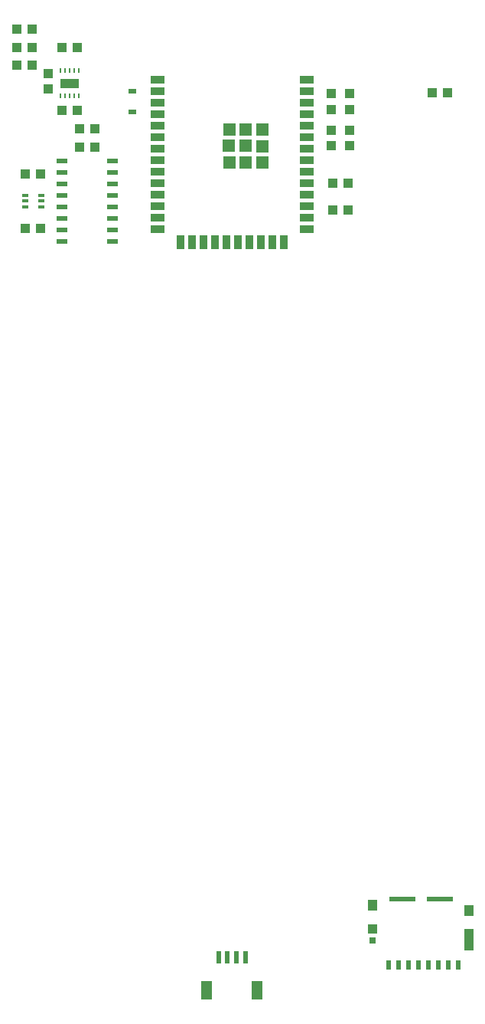
<source format=gbp>
G04 EAGLE Gerber RS-274X export*
G75*
%MOMM*%
%FSLAX34Y34*%
%LPD*%
%INSolderpaste Bottom*%
%IPPOS*%
%AMOC8*
5,1,8,0,0,1.08239X$1,22.5*%
G01*
%ADD10R,1.200000X2.000000*%
%ADD11R,0.600000X1.350000*%
%ADD12R,1.000000X1.100000*%
%ADD13R,1.100000X1.000000*%
%ADD14R,0.830000X0.630000*%
%ADD15R,1.200000X0.600000*%
%ADD16R,0.660000X0.300000*%
%ADD17R,0.500000X1.000000*%
%ADD18R,0.720000X0.780000*%
%ADD19R,1.050000X1.080000*%
%ADD20R,1.050000X1.200000*%
%ADD21R,1.050000X2.390000*%
%ADD22R,2.910000X0.550000*%
%ADD23R,0.260000X0.599000*%
%ADD24R,2.000000X1.000000*%
%ADD25R,1.500000X0.900000*%
%ADD26R,0.900000X1.500000*%
%ADD27R,1.330000X1.330000*%


D10*
X378000Y7950D03*
X322000Y7950D03*
D11*
X365000Y44700D03*
X355000Y44700D03*
X345000Y44700D03*
X335000Y44700D03*
D12*
X146800Y1004100D03*
X146800Y1021100D03*
D13*
X178500Y1050000D03*
X161500Y1050000D03*
X178500Y980000D03*
X161500Y980000D03*
D14*
X240000Y978500D03*
X240000Y1001500D03*
D12*
X460000Y958500D03*
X460000Y941500D03*
X480000Y998500D03*
X480000Y981500D03*
X460000Y998500D03*
X460000Y981500D03*
X480000Y958500D03*
X480000Y941500D03*
D13*
X181500Y960000D03*
X198500Y960000D03*
D15*
X218000Y924450D03*
X218000Y911750D03*
X218000Y899050D03*
X218000Y886350D03*
X218000Y873650D03*
X218000Y860950D03*
X218000Y848250D03*
X218000Y835550D03*
X162000Y835550D03*
X162000Y848250D03*
X162000Y860950D03*
X162000Y873650D03*
X162000Y886350D03*
X162000Y899050D03*
X162000Y911750D03*
X162000Y924450D03*
D13*
X121500Y850000D03*
X138500Y850000D03*
X138500Y910000D03*
X121500Y910000D03*
D16*
X139200Y886500D03*
X120800Y880000D03*
X120800Y873500D03*
X120800Y886500D03*
X139200Y880000D03*
X139200Y873500D03*
D13*
X181500Y940000D03*
X198500Y940000D03*
X461500Y900000D03*
X478500Y900000D03*
D17*
X523300Y36430D03*
X534300Y36430D03*
X545300Y36430D03*
X556300Y36430D03*
X567300Y36430D03*
X578300Y36430D03*
X589300Y36430D03*
X600300Y36430D03*
D18*
X505300Y63230D03*
D19*
X505300Y75930D03*
D20*
X505300Y102030D03*
X612050Y96330D03*
D21*
X612050Y64480D03*
D22*
X580250Y108780D03*
X538350Y108780D03*
D13*
X588500Y1000000D03*
X571500Y1000000D03*
D23*
X170000Y996005D03*
X175000Y996005D03*
X180000Y996005D03*
X165000Y996005D03*
X160000Y996005D03*
X160000Y1023995D03*
X165000Y1023995D03*
X170000Y1023995D03*
X175000Y1023995D03*
X180000Y1023995D03*
D24*
X170000Y1010000D03*
D13*
X128500Y1050000D03*
X111500Y1050000D03*
X128500Y1030000D03*
X111500Y1030000D03*
X128500Y1070000D03*
X111500Y1070000D03*
X461500Y870000D03*
X478500Y870000D03*
D25*
X432380Y1014300D03*
X432380Y1001600D03*
X432380Y988900D03*
X432380Y976200D03*
X432380Y963500D03*
X432380Y950800D03*
X432380Y938100D03*
X432380Y925400D03*
X432380Y912700D03*
X432380Y900000D03*
X432380Y887300D03*
X432380Y874600D03*
X432380Y861900D03*
X432380Y849200D03*
D26*
X407150Y834300D03*
X394450Y834300D03*
X381750Y834300D03*
X369050Y834300D03*
X356350Y834300D03*
X343650Y834300D03*
X330950Y834300D03*
X318250Y834300D03*
X305550Y834300D03*
X292850Y834300D03*
D25*
X267620Y849200D03*
X267620Y861900D03*
X267620Y874600D03*
X267620Y887300D03*
X267620Y900000D03*
X267620Y912700D03*
X267620Y925400D03*
X267620Y938100D03*
X267620Y950800D03*
X267620Y963500D03*
X267620Y976200D03*
X267620Y988900D03*
X267620Y1001600D03*
X267620Y1014300D03*
D27*
X365310Y940880D03*
X346860Y959090D03*
X365160Y959090D03*
X383460Y959090D03*
X383460Y940790D03*
X346760Y941090D03*
X346860Y922490D03*
X365160Y922390D03*
X383460Y922490D03*
M02*

</source>
